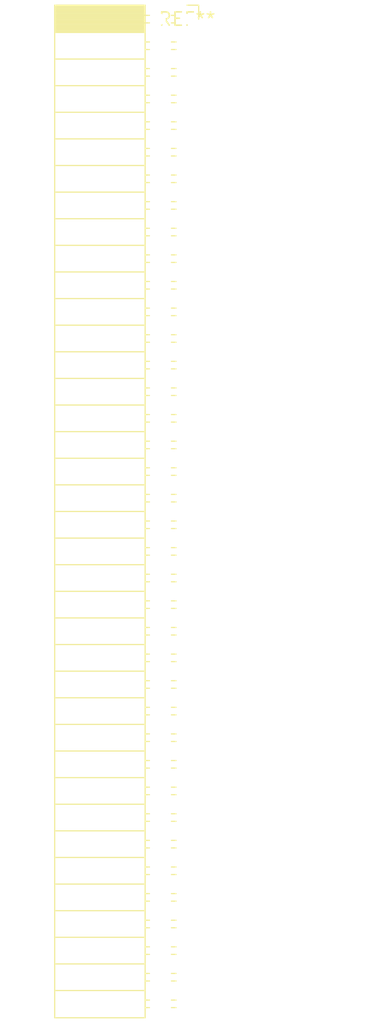
<source format=kicad_pcb>
(kicad_pcb (version 20240108) (generator pcbnew)
  (layers (0 "F.Cu" signal) (31 "B.Cu" signal) (34 "B.Paste" user) (35 "F.Paste" user) (36 "B.SilkS" user "B.Silkscreen") (37 "F.SilkS" user "F.Silkscreen") (38 "B.Mask" user) (39 "F.Mask" user) (44 "Edge.Cuts" user))
  (net 0 "")
  (footprint "PinSocket_2x38_P2.54mm_Horizontal" (layer "F.Cu") (at 0 0)
    (property "Reference" "REF**")
    (property "Value" "PinSocket_2x38_P2.54mm_Horizontal")
    (fp_line (start -12.63 -1.33) (end -12.63 95.31) (layer "F.SilkS") (stroke (width 0.12)))
    (fp_line (start -12.63 -1.33) (end -4 -1.33) (layer "F.SilkS") (stroke (width 0.12)))
    (fp_line (start -12.63 -1.21) (end -4 -1.21) (layer "F.SilkS") (stroke (width 0.12)))
    (fp_line (start -12.63 -1.091905) (end -4 -1.091905) (layer "F.SilkS") (stroke (width 0.12)))
    (fp_line (start -12.63 -0.97381) (end -4 -0.97381) (layer "F.SilkS") (stroke (width 0.12)))
    (fp_line (start -12.63 -0.855715) (end -4 -0.855715) (layer "F.SilkS") (stroke (width 0.12)))
    (fp_line (start -12.63 -0.73762) (end -4 -0.73762) (layer "F.SilkS") (stroke (width 0.12)))
    (fp_line (start -12.63 -0.619525) (end -4 -0.619525) (layer "F.SilkS") (stroke (width 0.12)))
    (fp_line (start -12.63 -0.50143) (end -4 -0.50143) (layer "F.SilkS") (stroke (width 0.12)))
    (fp_line (start -12.63 -0.383335) (end -4 -0.383335) (layer "F.SilkS") (stroke (width 0.12)))
    (fp_line (start -12.63 -0.26524) (end -4 -0.26524) (layer "F.SilkS") (stroke (width 0.12)))
    (fp_line (start -12.63 -0.147145) (end -4 -0.147145) (layer "F.SilkS") (stroke (width 0.12)))
    (fp_line (start -12.63 -0.02905) (end -4 -0.02905) (layer "F.SilkS") (stroke (width 0.12)))
    (fp_line (start -12.63 0.089045) (end -4 0.089045) (layer "F.SilkS") (stroke (width 0.12)))
    (fp_line (start -12.63 0.20714) (end -4 0.20714) (layer "F.SilkS") (stroke (width 0.12)))
    (fp_line (start -12.63 0.325235) (end -4 0.325235) (layer "F.SilkS") (stroke (width 0.12)))
    (fp_line (start -12.63 0.44333) (end -4 0.44333) (layer "F.SilkS") (stroke (width 0.12)))
    (fp_line (start -12.63 0.561425) (end -4 0.561425) (layer "F.SilkS") (stroke (width 0.12)))
    (fp_line (start -12.63 0.67952) (end -4 0.67952) (layer "F.SilkS") (stroke (width 0.12)))
    (fp_line (start -12.63 0.797615) (end -4 0.797615) (layer "F.SilkS") (stroke (width 0.12)))
    (fp_line (start -12.63 0.91571) (end -4 0.91571) (layer "F.SilkS") (stroke (width 0.12)))
    (fp_line (start -12.63 1.033805) (end -4 1.033805) (layer "F.SilkS") (stroke (width 0.12)))
    (fp_line (start -12.63 1.1519) (end -4 1.1519) (layer "F.SilkS") (stroke (width 0.12)))
    (fp_line (start -12.63 1.27) (end -4 1.27) (layer "F.SilkS") (stroke (width 0.12)))
    (fp_line (start -12.63 3.81) (end -4 3.81) (layer "F.SilkS") (stroke (width 0.12)))
    (fp_line (start -12.63 6.35) (end -4 6.35) (layer "F.SilkS") (stroke (width 0.12)))
    (fp_line (start -12.63 8.89) (end -4 8.89) (layer "F.SilkS") (stroke (width 0.12)))
    (fp_line (start -12.63 11.43) (end -4 11.43) (layer "F.SilkS") (stroke (width 0.12)))
    (fp_line (start -12.63 13.97) (end -4 13.97) (layer "F.SilkS") (stroke (width 0.12)))
    (fp_line (start -12.63 16.51) (end -4 16.51) (layer "F.SilkS") (stroke (width 0.12)))
    (fp_line (start -12.63 19.05) (end -4 19.05) (layer "F.SilkS") (stroke (width 0.12)))
    (fp_line (start -12.63 21.59) (end -4 21.59) (layer "F.SilkS") (stroke (width 0.12)))
    (fp_line (start -12.63 24.13) (end -4 24.13) (layer "F.SilkS") (stroke (width 0.12)))
    (fp_line (start -12.63 26.67) (end -4 26.67) (layer "F.SilkS") (stroke (width 0.12)))
    (fp_line (start -12.63 29.21) (end -4 29.21) (layer "F.SilkS") (stroke (width 0.12)))
    (fp_line (start -12.63 31.75) (end -4 31.75) (layer "F.SilkS") (stroke (width 0.12)))
    (fp_line (start -12.63 34.29) (end -4 34.29) (layer "F.SilkS") (stroke (width 0.12)))
    (fp_line (start -12.63 36.83) (end -4 36.83) (layer "F.SilkS") (stroke (width 0.12)))
    (fp_line (start -12.63 39.37) (end -4 39.37) (layer "F.SilkS") (stroke (width 0.12)))
    (fp_line (start -12.63 41.91) (end -4 41.91) (layer "F.SilkS") (stroke (width 0.12)))
    (fp_line (start -12.63 44.45) (end -4 44.45) (layer "F.SilkS") (stroke (width 0.12)))
    (fp_line (start -12.63 46.99) (end -4 46.99) (layer "F.SilkS") (stroke (width 0.12)))
    (fp_line (start -12.63 49.53) (end -4 49.53) (layer "F.SilkS") (stroke (width 0.12)))
    (fp_line (start -12.63 52.07) (end -4 52.07) (layer "F.SilkS") (stroke (width 0.12)))
    (fp_line (start -12.63 54.61) (end -4 54.61) (layer "F.SilkS") (stroke (width 0.12)))
    (fp_line (start -12.63 57.15) (end -4 57.15) (layer "F.SilkS") (stroke (width 0.12)))
    (fp_line (start -12.63 59.69) (end -4 59.69) (layer "F.SilkS") (stroke (width 0.12)))
    (fp_line (start -12.63 62.23) (end -4 62.23) (layer "F.SilkS") (stroke (width 0.12)))
    (fp_line (start -12.63 64.77) (end -4 64.77) (layer "F.SilkS") (stroke (width 0.12)))
    (fp_line (start -12.63 67.31) (end -4 67.31) (layer "F.SilkS") (stroke (width 0.12)))
    (fp_line (start -12.63 69.85) (end -4 69.85) (layer "F.SilkS") (stroke (width 0.12)))
    (fp_line (start -12.63 72.39) (end -4 72.39) (layer "F.SilkS") (stroke (width 0.12)))
    (fp_line (start -12.63 74.93) (end -4 74.93) (layer "F.SilkS") (stroke (width 0.12)))
    (fp_line (start -12.63 77.47) (end -4 77.47) (layer "F.SilkS") (stroke (width 0.12)))
    (fp_line (start -12.63 80.01) (end -4 80.01) (layer "F.SilkS") (stroke (width 0.12)))
    (fp_line (start -12.63 82.55) (end -4 82.55) (layer "F.SilkS") (stroke (width 0.12)))
    (fp_line (start -12.63 85.09) (end -4 85.09) (layer "F.SilkS") (stroke (width 0.12)))
    (fp_line (start -12.63 87.63) (end -4 87.63) (layer "F.SilkS") (stroke (width 0.12)))
    (fp_line (start -12.63 90.17) (end -4 90.17) (layer "F.SilkS") (stroke (width 0.12)))
    (fp_line (start -12.63 92.71) (end -4 92.71) (layer "F.SilkS") (stroke (width 0.12)))
    (fp_line (start -12.63 95.31) (end -4 95.31) (layer "F.SilkS") (stroke (width 0.12)))
    (fp_line (start -4 -1.33) (end -4 95.31) (layer "F.SilkS") (stroke (width 0.12)))
    (fp_line (start -4 -0.36) (end -3.59 -0.36) (layer "F.SilkS") (stroke (width 0.12)))
    (fp_line (start -4 0.36) (end -3.59 0.36) (layer "F.SilkS") (stroke (width 0.12)))
    (fp_line (start -4 2.18) (end -3.59 2.18) (layer "F.SilkS") (stroke (width 0.12)))
    (fp_line (start -4 2.9) (end -3.59 2.9) (layer "F.SilkS") (stroke (width 0.12)))
    (fp_line (start -4 4.72) (end -3.59 4.72) (layer "F.SilkS") (stroke (width 0.12)))
    (fp_line (start -4 5.44) (end -3.59 5.44) (layer "F.SilkS") (stroke (width 0.12)))
    (fp_line (start -4 7.26) (end -3.59 7.26) (layer "F.SilkS") (stroke (width 0.12)))
    (fp_line (start -4 7.98) (end -3.59 7.98) (layer "F.SilkS") (stroke (width 0.12)))
    (fp_line (start -4 9.8) (end -3.59 9.8) (layer "F.SilkS") (stroke (width 0.12)))
    (fp_line (start -4 10.52) (end -3.59 10.52) (layer "F.SilkS") (stroke (width 0.12)))
    (fp_line (start -4 12.34) (end -3.59 12.34) (layer "F.SilkS") (stroke (width 0.12)))
    (fp_line (start -4 13.06) (end -3.59 13.06) (layer "F.SilkS") (stroke (width 0.12)))
    (fp_line (start -4 14.88) (end -3.59 14.88) (layer "F.SilkS") (stroke (width 0.12)))
    (fp_line (start -4 15.6) (end -3.59 15.6) (layer "F.SilkS") (stroke (width 0.12)))
    (fp_line (start -4 17.42) (end -3.59 17.42) (layer "F.SilkS") (stroke (width 0.12)))
    (fp_line (start -4 18.14) (end -3.59 18.14) (layer "F.SilkS") (stroke (width 0.12)))
    (fp_line (start -4 19.96) (end -3.59 19.96) (layer "F.SilkS") (stroke (width 0.12)))
    (fp_line (start -4 20.68) (end -3.59 20.68) (layer "F.SilkS") (stroke (width 0.12)))
    (fp_line (start -4 22.5) (end -3.59 22.5) (layer "F.SilkS") (stroke (width 0.12)))
    (fp_line (start -4 23.22) (end -3.59 23.22) (layer "F.SilkS") (stroke (width 0.12)))
    (fp_line (start -4 25.04) (end -3.59 25.04) (layer "F.SilkS") (stroke (width 0.12)))
    (fp_line (start -4 25.76) (end -3.59 25.76) (layer "F.SilkS") (stroke (width 0.12)))
    (fp_line (start -4 27.58) (end -3.59 27.58) (layer "F.SilkS") (stroke (width 0.12)))
    (fp_line (start -4 28.3) (end -3.59 28.3) (layer "F.SilkS") (stroke (width 0.12)))
    (fp_line (start -4 30.12) (end -3.59 30.12) (layer "F.SilkS") (stroke (width 0.12)))
    (fp_line (start -4 30.84) (end -3.59 30.84) (layer "F.SilkS") (stroke (width 0.12)))
    (fp_line (start -4 32.66) (end -3.59 32.66) (layer "F.SilkS") (stroke (width 0.12)))
    (fp_line (start -4 33.38) (end -3.59 33.38) (layer "F.SilkS") (stroke (width 0.12)))
    (fp_line (start -4 35.2) (end -3.59 35.2) (layer "F.SilkS") (stroke (width 0.12)))
    (fp_line (start -4 35.92) (end -3.59 35.92) (layer "F.SilkS") (stroke (width 0.12)))
    (fp_line (start -4 37.74) (end -3.59 37.74) (layer "F.SilkS") (stroke (width 0.12)))
    (fp_line (start -4 38.46) (end -3.59 38.46) (layer "F.SilkS") (stroke (width 0.12)))
    (fp_line (start -4 40.28) (end -3.59 40.28) (layer "F.SilkS") (stroke (width 0.12)))
    (fp_line (start -4 41) (end -3.59 41) (layer "F.SilkS") (stroke (width 0.12)))
    (fp_line (start -4 42.82) (end -3.59 42.82) (layer "F.SilkS") (stroke (width 0.12)))
    (fp_line (start -4 43.54) (end -3.59 43.54) (layer "F.SilkS") (stroke (width 0.12)))
    (fp_line (start -4 45.36) (end -3.59 45.36) (layer "F.SilkS") (stroke (width 0.12)))
    (fp_line (start -4 46.08) (end -3.59 46.08) (layer "F.SilkS") (stroke (width 0.12)))
    (fp_line (start -4 47.9) (end -3.59 47.9) (layer "F.SilkS") (stroke (width 0.12)))
    (fp_line (start -4 48.62) (end -3.59 48.62) (layer "F.SilkS") (stroke (width 0.12)))
    (fp_line (start -4 50.44) (end -3.59 50.44) (layer "F.SilkS") (stroke (width 0.12)))
    (fp_line (start -4 51.16) (end -3.59 51.16) (layer "F.SilkS") (stroke (width 0.12)))
    (fp_line (start -4 52.98) (end -3.59 52.98) (layer "F.SilkS") (stroke (width 0.12)))
    (fp_line (start -4 53.7) (end -3.59 53.7) (layer "F.SilkS") (stroke (width 0.12)))
    (fp_line (start -4 55.52) (end -3.59 55.52) (layer "F.SilkS") (stroke (width 0.12)))
    (fp_line (start -4 56.24) (end -3.59 56.24) (layer "F.SilkS") (stroke (width 0.12)))
    (fp_line (start -4 58.06) (end -3.59 58.06) (layer "F.SilkS") (stroke (width 0.12)))
    (fp_line (start -4 58.78) (end -3.59 58.78) (layer "F.SilkS") (stroke (width 0.12)))
    (fp_line (start -4 60.6) (end -3.59 60.6) (layer "F.SilkS") (stroke (width 0.12)))
    (fp_line (start -4 61.32) (end -3.59 61.32) (layer "F.SilkS") (stroke (width 0.12)))
    (fp_line (start -4 63.14) (end -3.59 63.14) (layer "F.SilkS") (stroke (width 0.12)))
    (fp_line (start -4 63.86) (end -3.59 63.86) (layer "F.SilkS") (stroke (width 0.12)))
    (fp_line (start -4 65.68) (end -3.59 65.68) (layer "F.SilkS") (stroke (width 0.12)))
    (fp_line (start -4 66.4) (end -3.59 66.4) (layer "F.SilkS") (stroke (width 0.12)))
    (fp_line (start -4 68.22) (end -3.59 68.22) (layer "F.SilkS") (stroke (width 0.12)))
    (fp_line (start -4 68.94) (end -3.59 68.94) (layer "F.SilkS") (stroke (width 0.12)))
    (fp_line (start -4 70.76) (end -3.59 70.76) (layer "F.SilkS") (stroke (width 0.12)))
    (fp_line (start -4 71.48) (end -3.59 71.48) (layer "F.SilkS") (stroke (width 0.12)))
    (fp_line (start -4 73.3) (end -3.59 73.3) (layer "F.SilkS") (stroke (width 0.12)))
    (fp_line (start -4 74.02) (end -3.59 74.02) (layer "F.SilkS") (stroke (width 0.12)))
    (fp_line (start -4 75.84) (end -3.59 75.84) (layer "F.SilkS") (stroke (width 0.12)))
    (fp_line (start -4 76.56) (end -3.59 76.56) (layer "F.SilkS") (stroke (width 0.12)))
    (fp_line (start -4 78.38) (end -3.59 78.38) (layer "F.SilkS") (stroke (width 0.12)))
    (fp_line (start -4 79.1) (end -3.59 79.1) (layer "F.SilkS") (stroke (width 0.12)))
    (fp_line (start -4 80.92) (end -3.59 80.92) (layer "F.SilkS") (stroke (width 0.12)))
    (fp_line (start -4 81.64) (end -3.59 81.64) (layer "F.SilkS") (stroke (width 0.12)))
    (fp_line (start -4 83.46) (end -3.59 83.46) (layer "F.SilkS") (stroke (width 0.12)))
    (fp_line (start -4 84.18) (end -3.59 84.18) (layer "F.SilkS") (stroke (width 0.12)))
    (fp_line (start -4 86) (end -3.59 86) (layer "F.SilkS") (stroke (width 0.12)))
    (fp_line (start -4 86.72) (end -3.59 86.72) (layer "F.SilkS") (stroke (width 0.12)))
    (fp_line (start -4 88.54) (end -3.59 88.54) (layer "F.SilkS") (stroke (width 0.12)))
    (fp_line (start -4 89.26) (end -3.59 89.26) (layer "F.SilkS") (stroke (width 0.12)))
    (fp_line (start -4 91.08) (end -3.59 91.08) (layer "F.SilkS") (stroke (width 0.12)))
    (fp_line (start -4 91.8) (end -3.59 91.8) (layer "F.SilkS") (stroke (width 0.12)))
    (fp_line (start -4 93.62) (end -3.59 93.62) (layer "F.SilkS") (stroke (width 0.12)))
    (fp_line (start -4 94.34) (end -3.59 94.34) (layer "F.SilkS") (stroke (width 0.12)))
    (fp_line (start -1.49 -0.36) (end -1.11 -0.36) (layer "F.SilkS") (stroke (width 0.12)))
    (fp_line (start -1.49 0.36) (end -1.11 0.36) (layer "F.SilkS") (stroke (width 0.12)))
    (fp_line (start -1.49 2.18) (end -1.05 2.18) (layer "F.SilkS") (stroke (width 0.12)))
    (fp_line (start -1.49 2.9) (end -1.05 2.9) (layer "F.SilkS") (stroke (width 0.12)))
    (fp_line (start -1.49 4.72) (end -1.05 4.72) (layer "F.SilkS") (stroke (width 0.12)))
    (fp_line (start -1.49 5.44) (end -1.05 5.44) (layer "F.SilkS") (stroke (width 0.12)))
    (fp_line (start -1.49 7.26) (end -1.05 7.26) (layer "F.SilkS") (stroke (width 0.12)))
    (fp_line (start -1.49 7.98) (end -1.05 7.98) (layer "F.SilkS") (stroke (width 0.12)))
    (fp_line (start -1.49 9.8) (end -1.05 9.8) (layer "F.SilkS") (stroke (width 0.12)))
    (fp_line (start -1.49 10.52) (end -1.05 10.52) (layer "F.SilkS") (stroke (width 0.12)))
    (fp_line (start -1.49 12.34) (end -1.05 12.34) (layer "F.SilkS") (stroke (width 0.12)))
    (fp_line (start -1.49 13.06) (end -1.05 13.06) (layer "F.SilkS") (stroke (width 0.12)))
    (fp_line (start -1.49 14.88) (end -1.05 14.88) (layer "F.SilkS") (stroke (width 0.12)))
    (fp_line (start -1.49 15.6) (end -1.05 15.6) (layer "F.SilkS") (stroke (width 0.12)))
    (fp_line (start -1.49 17.42) (end -1.05 17.42) (layer "F.SilkS") (stroke (width 0.12)))
    (fp_line (start -1.49 18.14) (end -1.05 18.14) (layer "F.SilkS") (stroke (width 0.12)))
    (fp_line (start -1.49 19.96) (end -1.05 19.96) (layer "F.SilkS") (stroke (width 0.12)))
    (fp_line (start -1.49 20.68) (end -1.05 20.68) (layer "F.SilkS") (stroke (width 0.12)))
    (fp_line (start -1.49 22.5) (end -1.05 22.5) (layer "F.SilkS") (stroke (width 0.12)))
    (fp_line (start -1.49 23.22) (end -1.05 23.22) (layer "F.SilkS") (stroke (width 0.12)))
    (fp_line (start -1.49 25.04) (end -1.05 25.04) (layer "F.SilkS") (stroke (width 0.12)))
    (fp_line (start -1.49 25.76) (end -1.05 25.76) (layer "F.SilkS") (stroke (width 0.12)))
    (fp_line (start -1.49 27.58) (end -1.05 27.58) (layer "F.SilkS") (stroke (width 0.12)))
    (fp_line (start -1.49 28.3) (end -1.05 28.3) (layer "F.SilkS") (stroke (width 0.12)))
    (fp_line (start -1.49 30.12) (end -1.05 30.12) (layer "F.SilkS") (stroke (width 0.12)))
    (fp_line (start -1.49 30.84) (end -1.05 30.84) (layer "F.SilkS") (stroke (width 0.12)))
    (fp_line (start -1.49 32.66) (end -1.05 32.66) (layer "F.SilkS") (stroke (width 0.12)))
    (fp_line (start -1.49 33.38) (end -1.05 33.38) (layer "F.SilkS") (stroke (width 0.12)))
    (fp_line (start -1.49 35.2) (end -1.05 35.2) (layer "F.SilkS") (stroke (width 0.12)))
    (fp_line (start -1.49 35.92) (end -1.05 35.92) (layer "F.SilkS") (stroke (width 0.12)))
    (fp_line (start -1.49 37.74) (end -1.05 37.74) (layer "F.SilkS") (stroke (width 0.12)))
    (fp_line (start -1.49 38.46) (end -1.05 38.46) (layer "F.SilkS") (stroke (width 0.12)))
    (fp_line (start -1.49 40.28) (end -1.05 40.28) (layer "F.SilkS") (stroke (width 0.12)))
    (fp_line (start -1.49 41) (end -1.05 41) (layer "F.SilkS") (stroke (width 0.12)))
    (fp_line (start -1.49 42.82) (end -1.05 42.82) (layer "F.SilkS") (stroke (width 0.12)))
    (fp_line (start -1.49 43.54) (end -1.05 43.54) (layer "F.SilkS") (stroke (width 0.12)))
    (fp_line (start -1.49 45.36) (end -1.05 45.36) (layer "F.SilkS") (stroke (width 0.12)))
    (fp_line (start -1.49 46.08) (end -1.05 46.08) (layer "F.SilkS") (stroke (width 0.12)))
    (fp_line (start -1.49 47.9) (end -1.05 47.9) (layer "F.SilkS") (stroke (width 0.12)))
    (fp_line (start -1.49 48.62) (end -1.05 48.62) (layer "F.SilkS") (stroke (width 0.12)))
    (fp_line (start -1.49 50.44) (end -1.05 50.44) (layer "F.SilkS") (stroke (width 0.12)))
    (fp_line (start -1.49 51.16) (end -1.05 51.16) (layer "F.SilkS") (stroke (width 0.12)))
    (fp_line (start -1.49 52.98) (end -1.05 52.98) (layer "F.SilkS") (stroke (width 0.12)))
    (fp_line (start -1.49 53.7) (end -1.05 53.7) (layer "F.SilkS") (stroke (width 0.12)))
    (fp_line (start -1.49 55.52) (end -1.05 55.52) (layer "F.SilkS") (stroke (width 0.12)))
    (fp_line (start -1.49 56.24) (end -1.05 56.24) (layer "F.SilkS") (stroke (width 0.12)))
    (fp_line (start -1.49 58.06) (end -1.05 58.06) (layer "F.SilkS") (stroke (width 0.12)))
    (fp_line (start -1.49 58.78) (end -1.05 58.78) (layer "F.SilkS") (stroke (width 0.12)))
    (fp_line (start -1.49 60.6) (end -1.05 60.6) (layer "F.SilkS") (stroke (width 0.12)))
    (fp_line (start -1.49 61.32) (end -1.05 61.32) (layer "F.SilkS") (stroke (width 0.12)))
    (fp_line (start -1.49 63.14) (end -1.05 63.14) (layer "F.SilkS") (stroke (width 0.12)))
    (fp_line (start -1.49 63.86) (end -1.05 63.86) (layer "F.SilkS") (stroke (width 0.12)))
    (fp_line (start -1.49 65.68) (end -1.05 65.68) (layer "F.SilkS") (stroke (width 0.12)))
    (fp_line (start -1.49 66.4) (end -1.05 66.4) (layer "F.SilkS") (stroke (width 0.12)))
    (fp_line (start -1.49 68.22) (end -1.05 68.22) (layer "F.SilkS") (stroke (width 0.12)))
    (fp_line (start -1.49 68.94) (end -1.05 68.94) (layer "F.SilkS") (stroke (width 0.12)))
    (fp_line (start -1.49 70.76) (end -1.05 70.76) (layer "F.SilkS") (stroke (width 0.12)))
    (fp_line (start -1.49 71.48) (end -1.05 71.48) (layer "F.SilkS") (stroke (width 0.12)))
    (fp_line (start -1.49 73.3) (end -1.05 73.3) (layer "F.SilkS") (stroke (width 0.12)))
    (fp_line (start -1.49 74.02) (end -1.05 74.02) (layer "F.SilkS") (stroke (width 0.12)))
    (fp_line (start -1.49 75.84) (end -1.05 75.84) (layer "F.SilkS") (stroke (width 0.12)))
    (fp_line (start -1.49 76.56) (end -1.05 76.56) (layer "F.SilkS") (stroke (width 0.12)))
    (fp_line (start -1.49 78.38) (end -1.05 78.38) (layer "F.SilkS") (stroke (width 0.12)))
    (fp_line (start -1.49 79.1) (end -1.05 79.1) (layer "F.SilkS") (stroke (width 0.12)))
    (fp_line (start -1.49 80.92) (end -1.05 80.92) (layer "F.SilkS") (stroke (width 0.12)))
    (fp_line (start -1.49 81.64) (end -1.05 81.64) (layer "F.SilkS") (stroke (width 0.12)))
    (fp_line (start -1.49 83.46) (end -1.05 83.46) (layer "F.SilkS") (stroke (width 0.12)))
    (fp_line (start -1.49 84.18) (end -1.05 84.18) (layer "F.SilkS") (stroke (width 0.12)))
    (fp_line (start -1.49 86) (end -1.05 86) (layer "F.SilkS") (stroke (width 0.12)))
    (fp_line (start -1.49 86.72) (end -1.05 86.72) (layer "F.SilkS") (stroke (width 0.12)))
    (fp_line (start -1.49 88.54) (end -1.05 88.54) (layer "F.SilkS") (stroke (width 0.12)))
    (fp_line (start -1.49 89.26) (end -1.05 89.26) (layer "F.SilkS") (stroke (width 0.12)))
    (fp_line (start -1.49 91.08) (end -1.05 91.08) (layer "F.SilkS") (stroke (width 0.12)))
    (fp_line (start -1.49 91.8) (end -1.05 91.8) (layer "F.SilkS") (stroke (width 0.12)))
    (fp_line (start -1.49 93.62) (end -1.05 93.62) (layer "F.SilkS") (stroke (width 0.12)))
    (fp_line (start -1.49 94.34) (end -1.05 94.34) (layer "F.SilkS") (stroke (width 0.12)))
    (fp_line (start 0 -1.33) (end 1.11 -1.33) (layer "F.SilkS") (stroke (width 0.12)))
    (fp_line (start 1.11 -1.33) (end 1.11 0) (layer "F.SilkS") (stroke (width 0.12)))
    (pad "1" thru_hole rect (at 0 0) (size 1.7 1.7) (drill 1) (layers *.Cu *.Mask) (remove_unused_layers))
    (pad "2" thru_hole oval (at -2.54 0) (size 1.7 1.7) (drill 1) (layers *.Cu *.Mask) (remove_unused_layers))
    (pad "3" thru_hole oval (at 0 2.54) (size 1.7 1.7) (drill 1) (layers *.Cu *.Mask) (remove_unused_layers))
    (pad "4" thru_hole oval (at -2.54 2.54) (size 1.7 1.7) (drill 1) (layers *.Cu *.Mask) (remove_unused_layers))
    (pad "5" thru_hole oval (at 0 5.08) (size 1.7 1.7) (drill 1) (layers *.Cu *.Mask) (remove_unused_layers))
    (pad "6" thru_hole oval (at -2.54 5.08) (size 1.7 1.7) (drill 1) (layers *.Cu *.Mask) (remove_unused_layers))
    (pad "7" thru_hole oval (at 0 7.62) (size 1.7 1.7) (drill 1) (layers *.Cu *.Mask) (remove_unused_layers))
    (pad "8" thru_hole oval (at -2.54 7.62) (size 1.7 1.7) (drill 1) (layers *.Cu *.Mask) (remove_unused_layers))
    (pad "9" thru_hole oval (at 0 10.16) (size 1.7 1.7) (drill 1) (layers *.Cu *.Mask) (remove_unused_layers))
    (pad "10" thru_hole oval (at -2.54 10.16) (size 1.7 1.7) (drill 1) (layers *.Cu *.Mask) (remove_unused_layers))
    (pad "11" thru_hole oval (at 0 12.7) (size 1.7 1.7) (drill 1) (layers *.Cu *.Mask) (remove_unused_layers))
    (pad "12" thru_hole oval (at -2.54 12.7) (size 1.7 1.7) (drill 1) (layers *.Cu *.Mask) (remove_unused_layers))
    (pad "13" thru_hole oval (at 0 15.24) (size 1.7 1.7) (drill 1) (layers *.Cu *.Mask) (remove_unused_layers))
    (pad "14" thru_hole oval (at -2.54 15.24) (size 1.7 1.7) (drill 1) (layers *.Cu *.Mask) (remove_unused_layers))
    (pad "15" thru_hole oval (at 0 17.78) (size 1.7 1.7) (drill 1) (layers *.Cu *.Mask) (remove_unused_layers))
    (pad "16" thru_hole oval (at -2.54 17.78) (size 1.7 1.7) (drill 1) (layers *.Cu *.Mask) (remove_unused_layers))
    (pad "17" thru_hole oval (at 0 20.32) (size 1.7 1.7) (drill 1) (layers *.Cu *.Mask) (remove_unused_layers))
    (pad "18" thru_hole oval (at -2.54 20.32) (size 1.7 1.7) (drill 1) (layers *.Cu *.Mask) (remove_unused_layers))
    (pad "19" thru_hole oval (at 0 22.86) (size 1.7 1.7) (drill 1) (layers *.Cu *.Mask) (remove_unused_layers))
    (pad "20" thru_hole oval (at -2.54 22.86) (size 1.7 1.7) (drill 1) (layers *.Cu *.Mask) (remove_unused_layers))
    (pad "21" thru_hole oval (at 0 25.4) (size 1.7 1.7) (drill 1) (layers *.Cu *.Mask) (remove_unused_layers))
    (pad "22" thru_hole oval (at -2.54 25.4) (size 1.7 1.7) (drill 1) (layers *.Cu *.Mask) (remove_unused_layers))
    (pad "23" thru_hole oval (at 0 27.94) (size 1.7 1.7) (drill 1) (layers *.Cu *.Mask) (remove_unused_layers))
    (pad "24" thru_hole oval (at -2.54 27.94) (size 1.7 1.7) (drill 1) (layers *.Cu *.Mask) (remove_unused_layers))
    (pad "25" thru_hole oval (at 0 30.48) (size 1.7 1.7) (drill 1) (layers *.Cu *.Mask) (remove_unused_layers))
    (pad "26" thru_hole oval (at -2.54 30.48) (size 1.7 1.7) (drill 1) (layers *.Cu *.Mask) (remove_unused_layers))
    (pad "27" thru_hole oval (at 0 33.02) (size 1.7 1.7) (drill 1) (layers *.Cu *.Mask) (remove_unused_layers))
    (pad "28" thru_hole oval (at -2.54 33.02) (size 1.7 1.7) (drill 1) (layers *.Cu *.Mask) (remove_unused_layers))
    (pad "29" thru_hole oval (at 0 35.56) (size 1.7 1.7) (drill 1) (layers *.Cu *.Mask) (remove_unused_layers))
    (pad "30" thru_hole oval (at -2.54 35.56) (size 1.7 1.7) (drill 1) (layers *.Cu *.Mask) (remove_unused_layers))
    (pad "31" thru_hole oval (at 0 38.1) (size 1.7 1.7) (drill 1) (layers *.Cu *.Mask) (remove_unused_layers))
    (pad "32" thru_hole oval (at -2.54 38.1) (size 1.7 1.7) (drill 1) (layers *.Cu *.Mask) (remove_unused_layers))
    (pad "33" thru_hole oval (at 0 40.64) (size 1.7 1.7) (drill 1) (layers *.Cu *.Mask) (remove_unused_layers))
    (pad "34" thru_hole oval (at -2.54 40.64) (size 1.7 1.7) (drill 1) (layers *.Cu *.Mask) (remove_unused_layers))
    (pad "35" thru_hole oval (at 0 43.18) (size 1.7 1.7) (drill 1) (layers *.Cu *.Mask) (remove_unused_layers))
    (pad "36" thru_hole oval (at -2.54 43.18) (size 1.7 1.7) (drill 1) (layers *.Cu *.Mask) (remove_unused_layers))
    (pad "37" thru_hole oval (at 0 45.72) (size 1.7 1.7) (drill 1) (layers *.Cu *.Mask) (remove_unused_layers))
    (pad "38" thru_hole oval (at -2.54 45.72) (size 1.7 1.7) (drill 1) (layers *.Cu *.Mask) (remove_unused_layers))
    (pad "39" thru_hole oval (at 0 48.26) (size 1.7 1.7) (drill 1) (layers *.Cu *.Mask) (remove_unused_layers))
    (pad "40" thru_hole oval (at -2.54 48.26) (size 1.7 1.7) (drill 1) (layers *.Cu *.Mask) (remove_unused_layers))
    (pad "41" thru_hole oval (at 0 50.8) (size 1.7 1.7) (drill 1) (layers *.Cu *.Mask) (remove_unused_layers))
    (pad "42" thru_hole oval (at -2.54 50.8) (size 1.7 1.7) (drill 1) (layers *.Cu *.Mask) (remove_unused_layers))
    (pad "43" thru_hole oval (at 0 53.34) (size 1.7 1.7) (drill 1) (layers *.Cu *.Mask) (remove_unused_layers))
    (pad "44" thru_hole oval (at -2.54 53.34) (size 1.7 1.7) (drill 1) (layers *.Cu *.Mask) (remove_unused_layers))
    (pad "45" thru_hole oval (at 0 55.88) (size 1.7 1.7) (drill 1) (layers *.Cu *.Mask) (remove_unused_layers))
    (pad "46" thru_hole oval (at -2.54 55.88) (size 1.7 1.7) (drill 1) (layers *.Cu *.Mask) (remove_unused_layers))
    (pad "47" thru_hole oval (at 0 58.42) (size 1.7 1.7) (drill 1) (layers *.Cu *.Mask) (remove_unused_layers))
    (pad "48" thru_hole oval (at -2.54 58.42) (size 1.7 1.7) (drill 1) (layers *.Cu *.Mask) (remove_unused_layers))
    (pad "49" thru_hole oval (at 0 60.96) (size 1.7 1.7) (drill 1) (layers *.Cu *.Mask) (remove_unused_layers))
    (pad "50" thru_hole oval (at -2.54 60.96) (size 1.7 1.7) (drill 1) (layers *.Cu *.Mask) (remove_unused_layers))
    (pad "51" thru_hole oval (at 0 63.5) (size 1.7 1.7) (drill 1) (layers *.Cu *.Mask) (remove_unused_layers))
    (pad "52" thru_hole oval (at -2.54 63.5) (size 1.7 1.7) (drill 1) (layers *.Cu *.Mask) (remove_unused_layers))
    (pad "53" thru_hole oval (at 0 66.04) (size 1.7 1.7) (drill 1) (layers *.Cu *.Mask) (remove_unused_layers))
    (pad "54" thru_hole oval (at -2.54 66.04) (size 1.7 1.7) (drill 1) (layers *.Cu *.Mask) (remove_unused_layers))
    (pad "55" thru_hole oval (at 0 68.58) (size 1.7 1.7) (drill 1) (layers *.Cu *.Mask) (remove_unused_layers))
    (pad "56" thru_hole oval (at -2.54 68.58) (size 1.7 1.7) (drill 1) (layers *.Cu *.Mask) (remove_unused_layers))
    (pad "57" thru_hole oval (at 0 71.12) (size 1.7 1.7) (drill 1) (layers *.Cu *.Mask) (remove_unused_layers))
    (pad "58" thru_hole oval (at -2.54 71.12) (size 1.7 1.7) (drill 1) (layers *.Cu *.Mask) (remove_unused_layers))
    (pad "59" thru_hole oval (at 0 73.66) (size 1.7 1.7) (drill 1) (layers *.Cu *.Mask) (remove_unused_layers))
    (pad "60" thru_hole oval (at -2.54 73.66) (size 1.7 1.7) (drill 1) (layers *.Cu *.Mask) (remove_unused_layers))
    (pad "61" thru_hole oval (at 0 76.2) (size 1.7 1.7) (drill 1) (layers *.Cu *.Mask) (remove_unused_layers))
    (pad "62" thru_hole oval (at -2.54 76.2) (size 1.7 1.7) (drill 1) (layers *.Cu *.Mask) (remove_unused_layers))
    (pad "63" thru_hole oval (at 0 78.74) (size 1.7 1.7) (drill 1) (layers *.Cu *.Mask) (remove_unused_layers))
    (pad "64" thru_hole oval (at -2.54 78.74) (size 1.7 1.7) (drill 1) (layers *.Cu *.Mask) (remove_unused_layers))
    (pad "65" thru_hole oval (at 0 81.28) (size 1.7 1.7) (drill 1) (layers *.Cu *.Mask) (remove_unused_layers))
    (pad "66" thru_hole oval (at -2.54 81.28) (size 1.7 1.7) (drill 1) (layers *.Cu *.Mask) (remove_unused_layers))
    (pad "67" thru_hole oval (at 0 83.82) (size 1.7 1.7) (drill 1) (layers *.Cu *.Mask) (remove_unused_layers))
    (pad "68" thru_hole oval (at -2.54 83.82) (size 1.7 1.7) (drill 1) (layers *.Cu *.Mask) (remove_unused_layers))
    (pad "69" thru_hole oval (at 0 86.36) (size 1.7 1.7) (drill 1) (layers *.Cu *.Mask) (remove_unused_layers))
    (pad "70" thru_hole oval (at -2.54 86.36) (size 1.7 1.7) (drill 1) (layers *.Cu *.Mask) (remove_unused_layers))
    (pad "71" thru_hole oval (at 0 88.9) (size 1.7 1.7) (drill 1) (layers *.Cu *.Mask) (remove_unused_layers))
    (pad "72" thru_hole oval (at -2.54 88.9) (size 1.7 1.7) (drill 1) (layers *.Cu *.Mask) (remove_unused_layers))
    (pad "73" thru_hole oval (at 0 91.44) (size 1.7 1.7) (drill 1) (layers *.Cu *.Mask) (remove_unused_layers))
    (pad "74" thru_hole oval (at -2.54 91.44) (size 1.7 1.7) (drill 1) (layers *.Cu *.Mask) (remove_unused_layers))
    (pad "75" thru_hole oval (at 0 93.98) (size 1.7 1.7) (drill 1) (layers *.Cu *.Mask) (remove_unused_layers))
    (pad "76" thru_hole oval (at -2.54 93.98) (size 1.7 1.7) (drill 1) (layers *.Cu *.Mask) (remove_unused_layers))
  )
)
</source>
